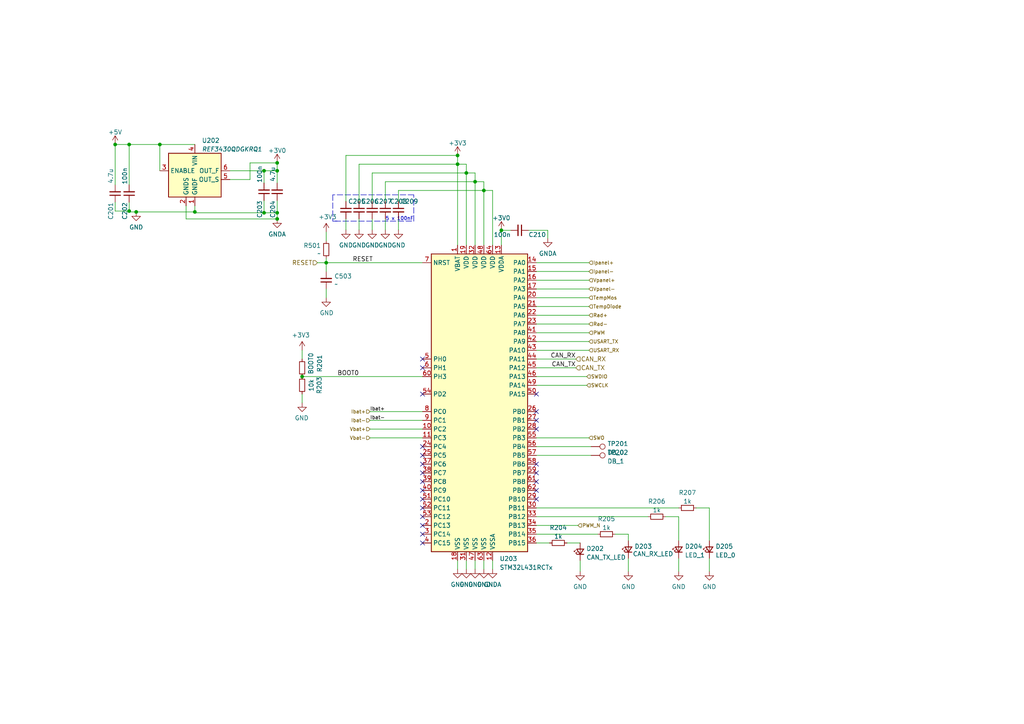
<source format=kicad_sch>
(kicad_sch (version 20211123) (generator eeschema)
  (paper "A4")
  (lib_symbols
    (symbol "Connector:TestPoint" (pin_numbers hide) (pin_names (offset 0.762) hide)
      (property "Reference" "TP" (at 0 6.858 0))
      (property "Value" "TestPoint" (at 0 5.08 0))
      (symbol "TestPoint_0_1"
        (circle (center 0 3.302) (radius 0.762))
      )
      (symbol "TestPoint_1_1"
        (pin passive line (at 0 0 90) (length 2.54) (name "1") (number "1"))
      )
    )
    (symbol "Controle-rescue:+3.3V-power" (power) (pin_names (offset 0))
      (property "Value" "+3.3V-power" (at 0 3.556 0))
      (symbol "+3.3V-power_0_1"
        (polyline (pts (xy -0.762 1.27) (xy 0 2.54)))
        (polyline (pts (xy 0 0) (xy 0 2.54)))
        (polyline (pts (xy 0 2.54) (xy 0.762 1.27)))
      )
      (symbol "+3.3V-power_1_1"
        (pin power_in line (at 0 0 90) (length 0) hide (name "+3V3") (number "1"))
      )
    )
    (symbol "Device:C_Small" (pin_numbers hide) (pin_names (offset 0.254) hide)
      (property "Reference" "C" (at 0.254 1.778 0))
      (property "Value" "C_Small" (at 0.254 -2.032 0))
      (symbol "C_Small_0_1"
        (polyline (pts (xy -1.524 -0.508) (xy 1.524 -0.508)) (stroke (width 0.3302)))
        (polyline (pts (xy -1.524 0.508) (xy 1.524 0.508)) (stroke (width 0.3048)))
      )
      (symbol "C_Small_1_1"
        (pin passive line (at 0 2.54 270) (length 2.032) (name "~") (number "1"))
        (pin passive line (at 0 -2.54 90) (length 2.032) (name "~") (number "2"))
      )
    )
    (symbol "Device:LED_Small" (pin_numbers hide) (pin_names (offset 0.254) hide)
      (property "Reference" "D" (at -1.27 3.175 0))
      (property "Value" "LED_Small" (at -4.445 -2.54 0))
      (symbol "LED_Small_0_1"
        (polyline (pts (xy -0.762 -1.016) (xy -0.762 1.016)) (stroke (width 0.254)))
        (polyline (pts (xy 1.016 0) (xy -0.762 0)))
        (polyline (pts (xy 0.762 -1.016) (xy -0.762 0) (xy 0.762 1.016) (xy 0.762 -1.016)) (stroke (width 0.254)))
        (polyline (pts (xy 0 0.762) (xy -0.508 1.27) (xy -0.254 1.27) (xy -0.508 1.27) (xy -0.508 1.016)))
        (polyline (pts (xy 0.508 1.27) (xy 0 1.778) (xy 0.254 1.778) (xy 0 1.778) (xy 0 1.524)))
      )
      (symbol "LED_Small_1_1"
        (pin passive line (at -2.54 0 0) (length 1.778) (name "K") (number "1"))
        (pin passive line (at 2.54 0 180) (length 1.778) (name "A") (number "2"))
      )
    )
    (symbol "Device:R_Small" (pin_numbers hide) (pin_names (offset 0.254) hide)
      (property "Reference" "R" (at 0.762 0.508 0))
      (property "Value" "R_Small" (at 0.762 -1.016 0))
      (symbol "R_Small_0_1"
        (rectangle (start -0.762 1.778) (end 0.762 -1.778) (stroke (width 0.2032)))
      )
      (symbol "R_Small_1_1"
        (pin passive line (at 0 2.54 270) (length 0.762) (name "~") (number "1"))
        (pin passive line (at 0 -2.54 90) (length 0.762) (name "~") (number "2"))
      )
    )
    (symbol "MCU_ST_STM32L4:STM32L431RCTx"
      (property "Reference" "U" (at -15.24 44.45 0))
      (property "Value" "STM32L431RCTx" (at 7.62 44.45 0))
      (symbol "STM32L431RCTx_0_1"
        (rectangle (start -15.24 -43.18) (end 12.7 43.18) (stroke (width 0.254)) (fill (type background)))
      )
      (symbol "STM32L431RCTx_1_1"
        (pin power_in line (at -7.62 45.72 270) (length 2.54) (name "VBAT") (number "1"))
        (pin bidirectional line (at -17.78 -7.62 0) (length 2.54) (name "PC2") (number "10"))
        (pin bidirectional line (at -17.78 -10.16 0) (length 2.54) (name "PC3") (number "11"))
        (pin power_in line (at 2.54 -45.72 90) (length 2.54) (name "VSSA") (number "12"))
        (pin power_in line (at 5.08 45.72 270) (length 2.54) (name "VDDA") (number "13"))
        (pin bidirectional line (at 15.24 40.64 180) (length 2.54) (name "PA0") (number "14"))
        (pin bidirectional line (at 15.24 38.1 180) (length 2.54) (name "PA1") (number "15"))
        (pin bidirectional line (at 15.24 35.56 180) (length 2.54) (name "PA2") (number "16"))
        (pin bidirectional line (at 15.24 33.02 180) (length 2.54) (name "PA3") (number "17"))
        (pin power_in line (at -7.62 -45.72 90) (length 2.54) (name "VSS") (number "18"))
        (pin power_in line (at -5.08 45.72 270) (length 2.54) (name "VDD") (number "19"))
        (pin bidirectional line (at -17.78 -35.56 0) (length 2.54) (name "PC13") (number "2"))
        (pin bidirectional line (at 15.24 30.48 180) (length 2.54) (name "PA4") (number "20"))
        (pin bidirectional line (at 15.24 27.94 180) (length 2.54) (name "PA5") (number "21"))
        (pin bidirectional line (at 15.24 25.4 180) (length 2.54) (name "PA6") (number "22"))
        (pin bidirectional line (at 15.24 22.86 180) (length 2.54) (name "PA7") (number "23"))
        (pin bidirectional line (at -17.78 -12.7 0) (length 2.54) (name "PC4") (number "24"))
        (pin bidirectional line (at -17.78 -15.24 0) (length 2.54) (name "PC5") (number "25"))
        (pin bidirectional line (at 15.24 -2.54 180) (length 2.54) (name "PB0") (number "26"))
        (pin bidirectional line (at 15.24 -5.08 180) (length 2.54) (name "PB1") (number "27"))
        (pin bidirectional line (at 15.24 -7.62 180) (length 2.54) (name "PB2") (number "28"))
        (pin bidirectional line (at 15.24 -27.94 180) (length 2.54) (name "PB10") (number "29"))
        (pin bidirectional line (at -17.78 -38.1 0) (length 2.54) (name "PC14") (number "3"))
        (pin bidirectional line (at 15.24 -30.48 180) (length 2.54) (name "PB11") (number "30"))
        (pin power_in line (at -5.08 -45.72 90) (length 2.54) (name "VSS") (number "31"))
        (pin power_in line (at -2.54 45.72 270) (length 2.54) (name "VDD") (number "32"))
        (pin bidirectional line (at 15.24 -33.02 180) (length 2.54) (name "PB12") (number "33"))
        (pin bidirectional line (at 15.24 -35.56 180) (length 2.54) (name "PB13") (number "34"))
        (pin bidirectional line (at 15.24 -38.1 180) (length 2.54) (name "PB14") (number "35"))
        (pin bidirectional line (at 15.24 -40.64 180) (length 2.54) (name "PB15") (number "36"))
        (pin bidirectional line (at -17.78 -17.78 0) (length 2.54) (name "PC6") (number "37"))
        (pin bidirectional line (at -17.78 -20.32 0) (length 2.54) (name "PC7") (number "38"))
        (pin bidirectional line (at -17.78 -22.86 0) (length 2.54) (name "PC8") (number "39"))
        (pin bidirectional line (at -17.78 -40.64 0) (length 2.54) (name "PC15") (number "4"))
        (pin bidirectional line (at -17.78 -25.4 0) (length 2.54) (name "PC9") (number "40"))
        (pin bidirectional line (at 15.24 20.32 180) (length 2.54) (name "PA8") (number "41"))
        (pin bidirectional line (at 15.24 17.78 180) (length 2.54) (name "PA9") (number "42"))
        (pin bidirectional line (at 15.24 15.24 180) (length 2.54) (name "PA10") (number "43"))
        (pin bidirectional line (at 15.24 12.7 180) (length 2.54) (name "PA11") (number "44"))
        (pin bidirectional line (at 15.24 10.16 180) (length 2.54) (name "PA12") (number "45"))
        (pin bidirectional line (at 15.24 7.62 180) (length 2.54) (name "PA13") (number "46"))
        (pin power_in line (at -2.54 -45.72 90) (length 2.54) (name "VSS") (number "47"))
        (pin power_in line (at 0 45.72 270) (length 2.54) (name "VDD") (number "48"))
        (pin bidirectional line (at 15.24 5.08 180) (length 2.54) (name "PA14") (number "49"))
        (pin input line (at -17.78 12.7 0) (length 2.54) (name "PH0") (number "5"))
        (pin bidirectional line (at 15.24 2.54 180) (length 2.54) (name "PA15") (number "50"))
        (pin bidirectional line (at -17.78 -27.94 0) (length 2.54) (name "PC10") (number "51"))
        (pin bidirectional line (at -17.78 -30.48 0) (length 2.54) (name "PC11") (number "52"))
        (pin bidirectional line (at -17.78 -33.02 0) (length 2.54) (name "PC12") (number "53"))
        (pin bidirectional line (at -17.78 2.54 0) (length 2.54) (name "PD2") (number "54"))
        (pin bidirectional line (at 15.24 -10.16 180) (length 2.54) (name "PB3") (number "55"))
        (pin bidirectional line (at 15.24 -12.7 180) (length 2.54) (name "PB4") (number "56"))
        (pin bidirectional line (at 15.24 -15.24 180) (length 2.54) (name "PB5") (number "57"))
        (pin bidirectional line (at 15.24 -17.78 180) (length 2.54) (name "PB6") (number "58"))
        (pin bidirectional line (at 15.24 -20.32 180) (length 2.54) (name "PB7") (number "59"))
        (pin input line (at -17.78 10.16 0) (length 2.54) (name "PH1") (number "6"))
        (pin bidirectional line (at -17.78 7.62 0) (length 2.54) (name "PH3") (number "60"))
        (pin bidirectional line (at 15.24 -22.86 180) (length 2.54) (name "PB8") (number "61"))
        (pin bidirectional line (at 15.24 -25.4 180) (length 2.54) (name "PB9") (number "62"))
        (pin power_in line (at 0 -45.72 90) (length 2.54) (name "VSS") (number "63"))
        (pin power_in line (at 2.54 45.72 270) (length 2.54) (name "VDD") (number "64"))
        (pin input line (at -17.78 40.64 0) (length 2.54) (name "NRST") (number "7"))
        (pin bidirectional line (at -17.78 -2.54 0) (length 2.54) (name "PC0") (number "8"))
        (pin bidirectional line (at -17.78 -5.08 0) (length 2.54) (name "PC1") (number "9"))
      )
    )
    (symbol "Reference_Voltage:REF3220AMDBVREP"
      (property "Reference" "U" (at 1.27 8.89 0))
      (property "Value" "REF3220AMDBVREP" (at 1.27 6.35 0))
      (symbol "REF3220AMDBVREP_0_1"
        (rectangle (start -7.62 5.08) (end 7.62 -7.62) (stroke (width 0.254)) (fill (type background)))
      )
      (symbol "REF3220AMDBVREP_1_1"
        (pin power_in line (at 0 -10.16 90) (length 2.54) (name "GNDF") (number "1"))
        (pin input line (at -2.54 -10.16 90) (length 2.54) (name "GNDS") (number "2"))
        (pin input line (at -10.16 0 0) (length 2.54) (name "ENABLE") (number "3"))
        (pin power_in line (at 0 7.62 270) (length 2.54) (name "VIN") (number "4"))
        (pin input line (at 10.16 -2.54 180) (length 2.54) (name "OUT_S") (number "5"))
        (pin output line (at 10.16 0 180) (length 2.54) (name "OUT_F") (number "6"))
      )
    )
    (symbol "power:+3V0" (power) (pin_names (offset 0))
      (property "Value" "+3V0" (at 0 3.556 0))
      (symbol "+3V0_0_1"
        (polyline (pts (xy -0.762 1.27) (xy 0 2.54)))
        (polyline (pts (xy 0 0) (xy 0 2.54)))
        (polyline (pts (xy 0 2.54) (xy 0.762 1.27)))
      )
      (symbol "+3V0_1_1"
        (pin power_in line (at 0 0 90) (length 0) hide (name "+3V0") (number "1"))
      )
    )
    (symbol "power:+3V3" (power) (pin_names (offset 0))
      (property "Value" "+3V3" (at 0 3.556 0))
      (symbol "+3V3_0_1"
        (polyline (pts (xy -0.762 1.27) (xy 0 2.54)))
        (polyline (pts (xy 0 0) (xy 0 2.54)))
        (polyline (pts (xy 0 2.54) (xy 0.762 1.27)))
      )
      (symbol "+3V3_1_1"
        (pin power_in line (at 0 0 90) (length 0) hide (name "+3V3") (number "1"))
      )
    )
    (symbol "power:+5V" (power) (pin_names (offset 0))
      (property "Value" "+5V" (at 0 3.556 0))
      (symbol "+5V_0_1"
        (polyline (pts (xy -0.762 1.27) (xy 0 2.54)))
        (polyline (pts (xy 0 0) (xy 0 2.54)))
        (polyline (pts (xy 0 2.54) (xy 0.762 1.27)))
      )
      (symbol "+5V_1_1"
        (pin power_in line (at 0 0 90) (length 0) hide (name "+5V") (number "1"))
      )
    )
    (symbol "power:GND" (power) (pin_names (offset 0))
      (property "Value" "GND" (at 0 -3.81 0))
      (symbol "GND_0_1"
        (polyline (pts (xy 0 0) (xy 0 -1.27) (xy 1.27 -1.27) (xy 0 -2.54) (xy -1.27 -1.27) (xy 0 -1.27)))
      )
      (symbol "GND_1_1"
        (pin power_in line (at 0 0 270) (length 0) hide (name "GND") (number "1"))
      )
    )
    (symbol "power:GNDA" (power) (pin_names (offset 0))
      (property "Value" "GNDA" (at 0 -3.81 0))
      (symbol "GNDA_0_1"
        (polyline (pts (xy 0 0) (xy 0 -1.27) (xy 1.27 -1.27) (xy 0 -2.54) (xy -1.27 -1.27) (xy 0 -1.27)))
      )
      (symbol "GNDA_1_1"
        (pin power_in line (at 0 0 270) (length 0) hide (name "GNDA") (number "1"))
      )
    )
  )
  (junction (at 140.335 55.245))
  (junction (at 37.465 61.214))
  (junction (at 76.581 49.53))
  (junction (at 132.715 47.625))
  (junction (at 56.515 61.468))
  (junction (at 87.63 109.22))
  (junction (at 80.391 63.5))
  (junction (at 37.465 41.91))
  (junction (at 39.497 61.468))
  (junction (at 137.795 52.705))
  (junction (at 80.391 49.53))
  (junction (at 33.401 41.91))
  (junction (at 94.615 76.2))
  (junction (at 76.581 61.722))
  (junction (at 145.415 66.802))
  (junction (at 135.255 50.165))
  (junction (at 132.715 45.085))
  (junction (at 46.355 41.91))
  (junction (at 80.391 61.722))
  (junction (at 80.391 47.244))
  (no_connect (at 122.555 129.54))
  (no_connect (at 122.555 157.48))
  (no_connect (at 122.555 144.78))
  (no_connect (at 122.555 149.86))
  (no_connect (at 122.555 134.62))
  (no_connect (at 122.555 152.4))
  (no_connect (at 122.555 142.24))
  (no_connect (at 155.575 137.16))
  (no_connect (at 155.575 114.3))
  (no_connect (at 155.575 121.92))
  (no_connect (at 122.555 114.3))
  (no_connect (at 155.575 144.78))
  (no_connect (at 155.575 134.62))
  (no_connect (at 155.575 142.24))
  (no_connect (at 122.555 106.68))
  (no_connect (at 155.575 119.38))
  (no_connect (at 122.555 132.08))
  (no_connect (at 122.555 154.94))
  (no_connect (at 122.555 104.14))
  (no_connect (at 122.555 147.32))
  (no_connect (at 155.575 139.7))
  (no_connect (at 122.555 137.16))
  (no_connect (at 155.575 124.46))
  (no_connect (at 122.555 139.7))
  (wire (pts (xy 155.575 154.94) (xy 173.355 154.94)))
  (wire (pts (xy 155.575 81.28) (xy 170.815 81.28)))
  (wire (pts (xy 155.575 111.76) (xy 170.18 111.76)))
  (wire (pts (xy 137.795 52.705) (xy 137.795 71.12)))
  (wire (pts (xy 135.255 50.165) (xy 135.255 71.12)))
  (wire (pts (xy 205.74 147.32) (xy 205.74 156.845)))
  (wire (pts (xy 104.14 63.5) (xy 104.14 66.675)))
  (wire (pts (xy 137.795 162.56) (xy 137.795 165.1)))
  (wire (pts (xy 94.615 76.2) (xy 122.555 76.2)))
  (wire (pts (xy 164.465 157.48) (xy 168.275 157.48)))
  (wire (pts (xy 155.575 93.98) (xy 170.815 93.98)))
  (wire (pts (xy 155.575 157.48) (xy 159.385 157.48)))
  (wire (pts (xy 56.515 61.468) (xy 56.515 59.69)))
  (wire (pts (xy 56.515 61.722) (xy 76.581 61.722)))
  (wire (pts (xy 33.401 58.674) (xy 33.401 61.214)))
  (wire (pts (xy 37.465 61.468) (xy 39.497 61.468)))
  (wire (pts (xy 53.975 59.69) (xy 53.975 63.5)))
  (wire (pts (xy 46.355 49.53) (xy 46.355 41.91)))
  (wire (pts (xy 153.289 66.802) (xy 158.877 66.802)))
  (wire (pts (xy 145.415 66.802) (xy 148.209 66.802)))
  (wire (pts (xy 94.615 86.36) (xy 94.615 83.82)))
  (wire (pts (xy 140.335 162.56) (xy 140.335 165.1)))
  (wire (pts (xy 104.14 47.625) (xy 132.715 47.625)))
  (wire (pts (xy 155.575 101.6) (xy 170.815 101.6)))
  (wire (pts (xy 87.63 109.22) (xy 122.555 109.22)))
  (wire (pts (xy 37.465 58.674) (xy 37.465 61.214)))
  (wire (pts (xy 115.57 63.5) (xy 115.57 66.675)))
  (wire (pts (xy 100.33 58.42) (xy 100.33 45.085)))
  (wire (pts (xy 37.465 41.91) (xy 46.355 41.91)))
  (wire (pts (xy 107.315 124.46) (xy 122.555 124.46)))
  (wire (pts (xy 140.335 55.245) (xy 142.875 55.245)))
  (wire (pts (xy 155.575 76.2) (xy 170.815 76.2)))
  (wire (pts (xy 107.95 63.5) (xy 107.95 66.675)))
  (wire (pts (xy 33.401 41.91) (xy 37.465 41.91)))
  (wire (pts (xy 135.255 162.56) (xy 135.255 165.1)))
  (wire (pts (xy 155.575 91.44) (xy 170.815 91.44)))
  (wire (pts (xy 155.575 129.54) (xy 171.45 129.54)))
  (wire (pts (xy 107.315 121.92) (xy 122.555 121.92)))
  (wire (pts (xy 66.675 49.53) (xy 76.581 49.53)))
  (wire (pts (xy 107.315 119.38) (xy 122.555 119.38)))
  (wire (pts (xy 155.575 78.74) (xy 170.815 78.74)))
  (wire (pts (xy 201.93 147.32) (xy 205.74 147.32)))
  (wire (pts (xy 155.575 152.4) (xy 167.64 152.4)))
  (wire (pts (xy 178.435 154.94) (xy 182.245 154.94)))
  (wire (pts (xy 142.875 162.56) (xy 142.875 165.1)))
  (wire (pts (xy 66.675 52.07) (xy 72.517 52.07)))
  (wire (pts (xy 132.715 47.625) (xy 132.715 71.12)))
  (wire (pts (xy 132.715 45.085) (xy 132.715 47.625)))
  (wire (pts (xy 76.581 49.53) (xy 80.391 49.53)))
  (wire (pts (xy 76.581 49.53) (xy 76.581 53.086)))
  (wire (pts (xy 94.615 67.31) (xy 94.615 69.85)))
  (wire (pts (xy 132.715 47.625) (xy 135.255 47.625)))
  (wire (pts (xy 155.575 88.9) (xy 170.815 88.9)))
  (wire (pts (xy 155.575 96.52) (xy 170.815 96.52)))
  (wire (pts (xy 72.517 47.244) (xy 80.391 47.244)))
  (wire (pts (xy 193.04 149.86) (xy 196.85 149.86)))
  (wire (pts (xy 107.95 58.42) (xy 107.95 50.165)))
  (wire (pts (xy 137.795 50.165) (xy 137.795 52.705)))
  (polyline (pts (xy 120.015 56.515) (xy 96.52 56.515)))
  (wire (pts (xy 87.63 114.3) (xy 87.63 116.84)))
  (wire (pts (xy 111.76 52.705) (xy 137.795 52.705)))
  (wire (pts (xy 33.401 53.594) (xy 33.401 41.91)))
  (wire (pts (xy 94.615 76.2) (xy 94.615 78.74)))
  (wire (pts (xy 155.575 106.68) (xy 167.005 106.68)))
  (wire (pts (xy 80.391 53.086) (xy 80.391 49.53)))
  (wire (pts (xy 205.74 161.925) (xy 205.74 165.735)))
  (wire (pts (xy 37.465 61.214) (xy 37.465 61.468)))
  (wire (pts (xy 132.715 162.56) (xy 132.715 165.1)))
  (wire (pts (xy 155.575 127) (xy 170.815 127)))
  (wire (pts (xy 94.615 74.93) (xy 94.615 76.2)))
  (wire (pts (xy 158.877 66.802) (xy 158.877 69.088)))
  (wire (pts (xy 145.415 66.802) (xy 145.415 71.12)))
  (wire (pts (xy 115.57 55.245) (xy 115.57 58.42)))
  (wire (pts (xy 155.575 99.06) (xy 170.815 99.06)))
  (wire (pts (xy 140.335 55.245) (xy 140.335 71.12)))
  (wire (pts (xy 111.76 52.705) (xy 111.76 58.42)))
  (wire (pts (xy 135.255 47.625) (xy 135.255 50.165)))
  (wire (pts (xy 100.33 63.5) (xy 100.33 66.675)))
  (polyline (pts (xy 96.52 56.515) (xy 96.52 64.135)))
  (wire (pts (xy 56.515 61.722) (xy 56.515 61.468)))
  (wire (pts (xy 87.63 101.6) (xy 87.63 104.14)))
  (wire (pts (xy 182.245 154.94) (xy 182.245 156.845)))
  (wire (pts (xy 155.575 147.32) (xy 196.85 147.32)))
  (wire (pts (xy 182.245 161.925) (xy 182.245 165.735)))
  (wire (pts (xy 155.575 104.14) (xy 167.005 104.14)))
  (wire (pts (xy 92.075 76.2) (xy 94.615 76.2)))
  (wire (pts (xy 107.315 127) (xy 122.555 127)))
  (wire (pts (xy 155.575 149.86) (xy 187.96 149.86)))
  (wire (pts (xy 155.575 109.22) (xy 170.18 109.22)))
  (polyline (pts (xy 96.52 64.135) (xy 97.79 64.135)))
  (wire (pts (xy 168.275 162.56) (xy 168.275 165.735)))
  (wire (pts (xy 107.95 50.165) (xy 135.255 50.165)))
  (wire (pts (xy 76.581 61.722) (xy 80.391 61.722)))
  (wire (pts (xy 33.401 61.214) (xy 37.465 61.214)))
  (wire (pts (xy 104.14 58.42) (xy 104.14 47.625)))
  (wire (pts (xy 37.465 53.594) (xy 37.465 41.91)))
  (wire (pts (xy 111.76 63.5) (xy 111.76 66.675)))
  (wire (pts (xy 115.57 55.245) (xy 140.335 55.245)))
  (polyline (pts (xy 120.015 64.135) (xy 120.015 56.515)))
  (wire (pts (xy 142.875 55.245) (xy 142.875 71.12)))
  (wire (pts (xy 80.391 47.244) (xy 80.391 49.53)))
  (wire (pts (xy 137.795 52.705) (xy 140.335 52.705)))
  (wire (pts (xy 155.575 83.82) (xy 170.815 83.82)))
  (wire (pts (xy 196.85 161.925) (xy 196.85 165.735)))
  (wire (pts (xy 135.255 50.165) (xy 137.795 50.165)))
  (wire (pts (xy 72.517 52.07) (xy 72.517 47.244)))
  (wire (pts (xy 80.391 61.722) (xy 80.391 63.5)))
  (wire (pts (xy 76.581 58.166) (xy 76.581 61.722)))
  (wire (pts (xy 80.391 58.166) (xy 80.391 61.722)))
  (polyline (pts (xy 97.155 64.135) (xy 120.015 64.135)))
  (wire (pts (xy 196.85 149.86) (xy 196.85 156.845)))
  (wire (pts (xy 53.975 63.5) (xy 80.391 63.5)))
  (wire (pts (xy 46.355 41.91) (xy 56.515 41.91)))
  (wire (pts (xy 140.335 52.705) (xy 140.335 55.245)))
  (wire (pts (xy 100.33 45.085) (xy 132.715 45.085)))
  (wire (pts (xy 39.497 61.468) (xy 56.515 61.468)))
  (wire (pts (xy 155.575 132.08) (xy 171.45 132.08)))
  (wire (pts (xy 155.575 86.36) (xy 170.815 86.36)))
  (text "5 x 100nF" (at 111.76 64.135 0) (effects (font (size 1.016 1.016)) (justify left bottom)))
  (label "Ibat+" (at 107.315 119.38 0) (effects (font (size 1.016 1.016))))
  (label "CAN_RX" (at 167.005 104.14 180))
  (label "Ibat-" (at 107.315 121.92 0) (effects (font (size 1.016 1.016))))
  (label "BOOT0" (at 104.14 109.22 180))
  (label "RESET" (at 102.235 76.2 0))
  (label "CAN_TX" (at 167.005 106.68 180))
  (hierarchical_label "Ibat-" (shape input) (at 107.315 121.92 180) (effects (font (size 1.016 1.016))))
  (hierarchical_label "Ipanel-" (shape input) (at 170.815 78.74 0) (effects (font (size 1.016 1.016))))
  (hierarchical_label "Rad+" (shape input) (at 170.815 91.44 0) (effects (font (size 1.016 1.016))))
  (hierarchical_label "SWO" (shape input) (at 170.815 127 0) (effects (font (size 1.016 1.016))))
  (hierarchical_label "Vbat+" (shape input) (at 107.315 124.46 180) (effects (font (size 1.016 1.016))))
  (hierarchical_label "USART_TX" (shape input) (at 170.815 99.06 0) (effects (font (size 1.016 1.016))))
  (hierarchical_label "SWDIO" (shape input) (at 170.18 109.22 0) (effects (font (size 1.016 1.016))))
  (hierarchical_label "USART_RX" (shape input) (at 170.815 101.6 0) (effects (font (size 1.016 1.016))))
  (hierarchical_label "SWCLK" (shape input) (at 170.18 111.76 0) (effects (font (size 1.016 1.016))))
  (hierarchical_label "Ipanel+" (shape input) (at 170.815 76.2 0) (effects (font (size 1.016 1.016))))
  (hierarchical_label "Vbat-" (shape input) (at 107.315 127 180) (effects (font (size 1.016 1.016))))
  (hierarchical_label "CAN_RX" (shape input) (at 167.005 104.14 0))
  (hierarchical_label "TempDiode" (shape input) (at 170.815 88.9 0) (effects (font (size 1.016 1.016))))
  (hierarchical_label "PWM_N" (shape input) (at 167.64 152.4 0) (effects (font (size 1.016 1.016))))
  (hierarchical_label "Vpanel+" (shape input) (at 170.815 81.28 0) (effects (font (size 1.016 1.016))))
  (hierarchical_label "Ibat+" (shape input) (at 107.315 119.38 180) (effects (font (size 1.016 1.016))))
  (hierarchical_label "RESET" (shape input) (at 92.075 76.2 180))
  (hierarchical_label "Vpanel-" (shape input) (at 170.815 83.82 0) (effects (font (size 1.016 1.016))))
  (hierarchical_label "PWM" (shape input) (at 170.815 96.52 0) (effects (font (size 1.016 1.016))))
  (hierarchical_label "TempMos" (shape input) (at 170.815 86.36 0) (effects (font (size 1.016 1.016))))
  (hierarchical_label "Rad-" (shape input) (at 170.815 93.98 0) (effects (font (size 1.016 1.016))))
  (hierarchical_label "CAN_TX" (shape input) (at 167.005 106.68 0))
  (symbol (lib_id "Device:C_Small") (at 94.615 81.28 180) (unit 1)
    (property "Reference" "C503" (at 96.9518 80.1116 0) (effects (justify right)))
    (property "Value" "~" (at 96.9518 82.423 0) (effects (justify right)))
  )
  (symbol (lib_id "Device:R_Small") (at 94.615 72.39 0) (mirror x) (unit 1)
    (property "Reference" "R501" (at 93.1164 71.2216 0) (effects (justify right)))
    (property "Value" "~" (at 93.1164 73.533 0) (effects (justify right)))
  )
  (symbol (lib_id "power:GND") (at 94.615 86.36 0) (unit 1)
    (property "Reference" "#PWR0118" (effects hide))
    (property "Value" "~" (at 94.742 90.7542 0))
  )
  (symbol (lib_id "Controle-rescue:+3.3V-power") (at 94.615 67.31 0) (unit 1)
    (property "Reference" "#PWR0133" (effects hide))
    (property "Value" "~" (at 94.996 62.9158 0))
  )
  (symbol (lib_id "power:GNDA") (at 142.875 165.1 0) (unit 1)
    (property "Reference" "#PWR0126" (effects hide))
    (property "Value" "GNDA" (at 142.875 169.5434 0))
  )
  (symbol (lib_id "power:GND") (at 182.245 165.735 0) (unit 1)
    (property "Reference" "#PWR0128" (effects hide))
    (property "Value" "GND" (at 182.245 170.1784 0))
  )
  (symbol (lib_id "power:GND") (at 100.33 66.675 0) (unit 1)
    (property "Reference" "#PWR0120" (effects hide))
    (property "Value" "GND" (at 100.33 71.1184 0))
  )
  (symbol (lib_id "power:GND") (at 132.715 165.1 0) (unit 1)
    (property "Reference" "#PWR0125" (effects hide))
    (property "Value" "GND" (at 132.715 169.5434 0))
  )
  (symbol (lib_id "power:GND") (at 135.255 165.1 0) (unit 1)
    (property "Reference" "#PWR0122" (effects hide))
    (property "Value" "GND" (at 135.255 169.5434 0))
  )
  (symbol (lib_id "Controle-rescue:+3.3V-power") (at 87.63 101.6 0) (mirror y) (unit 1)
    (property "Reference" "#PWR0121" (effects hide))
    (property "Value" "+3.3V" (at 87.249 97.2058 0))
  )
  (symbol (lib_id "power:GND") (at 111.76 66.675 0) (unit 1)
    (property "Reference" "#PWR0117" (effects hide))
    (property "Value" "GND" (at 111.76 71.1184 0))
  )
  (symbol (lib_id "Device:C_Small") (at 33.401 56.134 0) (mirror x) (unit 1)
    (property "Reference" "C201" (at 32.131 61.214 90))
    (property "Value" "4.7u" (at 32.131 51.054 90))
  )
  (symbol (lib_id "power:+5V") (at 33.401 41.91 0) (unit 1)
    (property "Reference" "#PWR0110" (effects hide))
    (property "Value" "+5V" (at 33.401 38.3342 0))
  )
  (symbol (lib_id "Device:R_Small") (at 175.895 154.94 90) (mirror x) (unit 1)
    (property "Reference" "R205" (at 175.895 150.5036 90))
    (property "Value" "1k" (at 175.895 153.0405 90))
  )
  (symbol (lib_id "Device:LED_Small") (at 168.275 160.02 90) (unit 1)
    (property "Reference" "D202" (at 170.053 159.1218 90) (effects (justify right)))
    (property "Value" "CAN_TX_LED" (at 170.053 161.6587 90) (effects (justify right)))
  )
  (symbol (lib_id "power:GND") (at 137.795 165.1 0) (unit 1)
    (property "Reference" "#PWR0124" (effects hide))
    (property "Value" "GND" (at 137.795 169.5434 0))
  )
  (symbol (lib_id "Connector:TestPoint") (at 171.45 129.54 270) (unit 1)
    (property "Reference" "TP201" (at 176.149 128.7053 90) (effects (justify left)))
    (property "Value" "DB_0" (at 176.149 131.2422 90) (effects (justify left)))
  )
  (symbol (lib_id "Device:C_Small") (at 107.95 60.96 0) (unit 1)
    (property "Reference" "C207" (at 108.585 58.42 0) (effects (justify left)))
    (property "Value" "C_Small" (effects hide))
  )
  (symbol (lib_id "power:GND") (at 168.275 165.735 0) (unit 1)
    (property "Reference" "#PWR0127" (effects hide))
    (property "Value" "GND" (at 168.275 170.1784 0))
  )
  (symbol (lib_id "Device:R_Small") (at 87.63 106.68 0) (mirror y) (unit 1)
    (property "Reference" "R201" (at 92.71 105.41 90))
    (property "Value" "BOOT0" (at 90.17 105.41 90))
    (property "Footprint" "Resistor_SMD:R_0402_1005Metric" (effects hide))
  )
  (symbol (lib_id "Device:C_Small") (at 76.581 55.626 0) (mirror x) (unit 1)
    (property "Reference" "C203" (at 75.311 60.706 90))
    (property "Value" "100n" (at 75.311 50.546 90))
  )
  (symbol (lib_id "Device:R_Small") (at 199.39 147.32 90) (mirror x) (unit 1)
    (property "Reference" "R207" (at 199.39 142.8836 90))
    (property "Value" "1k" (at 199.39 145.4205 90))
  )
  (symbol (lib_id "power:+3V0") (at 145.415 66.802 0) (unit 1)
    (property "Reference" "#PWR0113" (effects hide))
    (property "Value" "+3V0" (at 145.415 63.2262 0))
  )
  (symbol (lib_id "Device:R_Small") (at 190.5 149.86 90) (mirror x) (unit 1)
    (property "Reference" "R206" (at 190.5 145.4236 90))
    (property "Value" "1k" (at 190.5 147.9605 90))
  )
  (symbol (lib_id "Reference_Voltage:REF3220AMDBVREP") (at 56.515 49.53 0) (unit 1)
    (property "Reference" "U202" (at 58.5344 40.7502 0) (effects (justify left)))
    (property "Value" "REF3430QDGKRQ1" (at 58.5344 43.2871 0) (effects (font italic) (justify left)))
    (property "Footprint" "Package_SO:VSSOP-8_3.0x3.0mm_P0.65mm" (effects hide))
  )
  (symbol (lib_id "Device:LED_Small") (at 196.85 159.385 90) (unit 1)
    (property "Reference" "D204" (at 198.628 158.4868 90) (effects (justify right)))
    (property "Value" "LED_1" (at 198.628 161.0237 90) (effects (justify right)))
  )
  (symbol (lib_id "power:GND") (at 87.63 116.84 0) (mirror y) (unit 1)
    (property "Reference" "#PWR0114" (effects hide))
    (property "Value" "GND" (at 87.503 121.2342 0))
  )
  (symbol (lib_id "Device:C_Small") (at 115.57 60.96 0) (unit 1)
    (property "Reference" "C209" (at 116.205 58.42 0) (effects (justify left)))
    (property "Value" "C_Small" (effects hide))
  )
  (symbol (lib_id "Connector:TestPoint") (at 171.45 132.08 270) (unit 1)
    (property "Reference" "TP202" (at 176.149 131.2453 90) (effects (justify left)))
    (property "Value" "DB_1" (at 176.149 133.7822 90) (effects (justify left)))
  )
  (symbol (lib_id "Device:C_Small") (at 100.33 60.96 0) (unit 1)
    (property "Reference" "C205" (at 100.965 58.42 0) (effects (justify left)))
    (property "Value" "100n" (effects hide))
  )
  (symbol (lib_id "power:GND") (at 107.95 66.675 0) (unit 1)
    (property "Reference" "#PWR0116" (effects hide))
    (property "Value" "GND" (at 107.95 71.1184 0))
  )
  (symbol (lib_id "Device:R_Small") (at 87.63 111.76 0) (mirror y) (unit 1)
    (property "Reference" "R203" (at 92.6084 111.76 90))
    (property "Value" "10k" (at 90.297 111.76 90))
    (property "Footprint" "Resistor_SMD:R_0603_1608Metric_Pad0.98x0.95mm_HandSolder" (effects hide))
  )
  (symbol (lib_id "power:+3V0") (at 80.391 47.244 0) (unit 1)
    (property "Reference" "#PWR0132" (effects hide))
    (property "Value" "+3V0" (at 80.391 43.6682 0))
  )
  (symbol (lib_id "power:GND") (at 140.335 165.1 0) (unit 1)
    (property "Reference" "#PWR0123" (effects hide))
    (property "Value" "GND" (at 140.335 169.5434 0))
  )
  (symbol (lib_id "power:GNDA") (at 158.877 69.088 0) (unit 1)
    (property "Reference" "#PWR0112" (effects hide))
    (property "Value" "GNDA" (at 158.877 73.5314 0))
  )
  (symbol (lib_id "Device:LED_Small") (at 205.74 159.385 90) (unit 1)
    (property "Reference" "D205" (at 207.518 158.4868 90) (effects (justify right)))
    (property "Value" "LED_0" (at 207.518 161.0237 90) (effects (justify right)))
  )
  (symbol (lib_id "Device:C_Small") (at 37.465 56.134 0) (mirror x) (unit 1)
    (property "Reference" "C202" (at 36.195 61.214 90))
    (property "Value" "100n" (at 36.195 51.054 90))
  )
  (symbol (lib_id "Device:C_Small") (at 111.76 60.96 0) (unit 1)
    (property "Reference" "C208" (at 113.03 58.42 0) (effects (justify left)))
    (property "Value" "C_Small" (effects hide))
  )
  (symbol (lib_id "power:GND") (at 39.497 61.468 0) (unit 1)
    (property "Reference" "#PWR0111" (effects hide))
    (property "Value" "GND" (at 39.497 65.9114 0))
  )
  (symbol (lib_id "power:GND") (at 115.57 66.675 0) (unit 1)
    (property "Reference" "#PWR0115" (effects hide))
    (property "Value" "GND" (at 115.57 71.1184 0))
  )
  (symbol (lib_id "power:GNDA") (at 80.391 63.5 0) (unit 1)
    (property "Reference" "#PWR0131" (effects hide))
    (property "Value" "GNDA" (at 80.391 67.9434 0))
  )
  (symbol (lib_id "Device:R_Small") (at 161.925 157.48 90) (mirror x) (unit 1)
    (property "Reference" "R204" (at 161.925 153.0436 90))
    (property "Value" "1k" (at 161.925 155.5805 90))
  )
  (symbol (lib_id "Device:LED_Small") (at 182.245 159.385 90) (unit 1)
    (property "Reference" "D203" (at 184.023 158.4868 90) (effects (justify right)))
    (property "Value" "CAN_RX_LED" (at 183.515 160.655 90) (effects (justify right)))
  )
  (symbol (lib_id "power:GND") (at 104.14 66.675 0) (unit 1)
    (property "Reference" "#PWR0119" (effects hide))
    (property "Value" "GND" (at 104.14 71.1184 0))
  )
  (symbol (lib_id "MCU_ST_STM32L4:STM32L431RCTx") (at 140.335 116.84 0) (unit 1)
    (property "Reference" "U203" (at 144.8944 162.0504 0) (effects (justify left)))
    (property "Value" "STM32L431RCTx" (at 144.8944 164.5873 0) (effects (justify left)))
    (property "Footprint" "Package_QFP:LQFP-64_10x10mm_P0.5mm" (effects hide))
    (property "Datasheet" "http://www.st.com/st-web-ui/static/active/en/resource/technical/document/datasheet/DM00257211.pdf" (effects hide))
  )
  (symbol (lib_id "power:GND") (at 205.74 165.735 0) (unit 1)
    (property "Reference" "#PWR0130" (effects hide))
    (property "Value" "GND" (at 205.74 170.1784 0))
  )
  (symbol (lib_id "Device:C_Small") (at 80.391 55.626 0) (mirror x) (unit 1)
    (property "Reference" "C204" (at 79.121 60.706 90))
    (property "Value" "4.7u" (at 79.121 50.546 90))
  )
  (symbol (lib_id "power:+3V3") (at 132.715 45.085 0) (unit 1)
    (property "Reference" "#PWR0134" (effects hide))
    (property "Value" "+3V3" (at 132.715 41.5092 0))
  )
  (symbol (lib_id "Device:C_Small") (at 150.749 66.802 270) (mirror x) (unit 1)
    (property "Reference" "C210" (at 155.829 68.072 90))
    (property "Value" "100n" (at 145.669 68.072 90))
  )
  (symbol (lib_id "Device:C_Small") (at 104.14 60.96 0) (unit 1)
    (property "Reference" "C206" (at 104.775 58.42 0) (effects (justify left)))
    (property "Value" "C_Small" (effects hide))
  )
  (symbol (lib_id "power:GND") (at 196.85 165.735 0) (unit 1)
    (property "Reference" "#PWR0129" (effects hide))
    (property "Value" "GND" (at 196.85 170.1784 0))
  )
)
</source>
